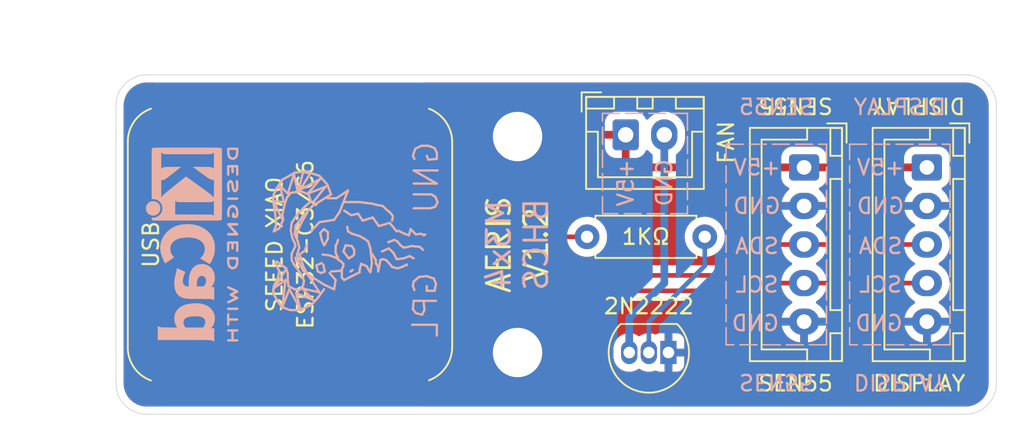
<source format=kicad_pcb>
(kicad_pcb (version 20241229) (generator "pcbnew") (generator_version "9.0")
  (layers (0 "F.Cu" signal) (2 "B.Cu" signal) (13 "F.Paste" user) (15 "B.Paste" user) (5 "F.SilkS" user "F.Silkscreen") (7 "B.SilkS" user "B.Silkscreen") (1 "F.Mask" user) (3 "B.Mask" user) (25 "Edge.Cuts" user))
  (net 0 "")
  (net 1 "+5V")
  (net 2 "GND")
  (net 3 "/SCL")
  (net 4 "/SDA")
  (net 5 "Net-(J2-Pin_2)")
  (net 6 "Net-(Q1-B)")
  (net 7 "/PWM")
  (footprint "Custom Footprints:JST_XH_B5B-XH-A_1x05_P2.50mm_Vertical" (layer "F.Cu") (at 173.5 95 -90)
    (property "Reference" "J3" (hide yes))
    (property "Value" "Conn_01x05_Socket")
    (pad "1" thru_hole roundrect (at 0 0 270) (size 1.7 1.95) (drill 0.95) (layers "*.Cu" "*.Mask") (roundrect_rratio 0.147059) (net 1 "+5V"))
    (pad "2" thru_hole oval (at 2.5 0 270) (size 1.7 1.95) (drill 0.95) (layers "*.Cu" "*.Mask") (net 2 "GND"))
    (pad "3" thru_hole oval (at 5 0 270) (size 1.7 1.95) (drill 0.95) (layers "*.Cu" "*.Mask") (net 4 "/SDA"))
    (pad "4" thru_hole oval (at 7.5 0 270) (size 1.7 1.95) (drill 0.95) (layers "*.Cu" "*.Mask") (net 3 "/SCL"))
    (pad "5" thru_hole oval (at 10 0 270) (size 1.7 1.95) (drill 0.95) (layers "*.Cu" "*.Mask") (net 2 "GND"))
  )
  (footprint "Custom Footprints:TO-92_Inline" (layer "F.Cu") (at 156.77 107 180)
    (property "Reference" "Q1" (hide yes))
    (property "Value" "2N3904")
    (pad "1" thru_hole rect (at 0 0 180) (size 1.05 1.5) (drill 0.75) (layers "*.Cu" "*.Mask") (net 2 "GND") (clearance 0))
    (pad "2" thru_hole oval (at 1.27 0 180) (size 1.05 1.5) (drill 0.75) (layers "*.Cu" "*.Mask") (net 6 "Net-(Q1-B)"))
    (pad "3" thru_hole oval (at 2.54 0 180) (size 1.05 1.5) (drill 0.75) (layers "*.Cu" "*.Mask") (net 5 "Net-(J2-Pin_2)"))
  )
  (footprint "MountingHole:MountingHole_3.2mm_M3_ISO7380_Pad_TopBottom" (layer "F.Cu") (at 147 93)
    (property "Reference" "REF**" (hide yes))
    (property "Value" "MountingHole_3.2mm_M3_ISO7380_Pad_TopBottom")
    (pad "1" thru_hole circle (at 0 0) (size 3.6 3.6) (drill 3.2) (layers "*.Cu" "*.Mask"))
    (pad "1" connect circle (at 0 0) (size 5.7 5.7) (layers "F.Cu" "F.Mask") (net 2 "GND"))
    (pad "1" connect circle (at 0 0) (size 5.7 5.7) (layers "B.Cu" "B.Mask") (net 2 "GND"))
  )
  (footprint "Custom Footprints:XIAO_ESP32" (layer "F.Cu") (at 132.268 100 90)
    (property "Reference" "U1" (hide yes))
    (property "Value" "ESP32C3")
    (fp_text user "SEEED XIAO" (at 0 -1 90) (layer "F.SilkS"))
    (fp_text user "USB" (at 0 -9 90) (layer "F.SilkS"))
    (fp_text user "ESP32-C3/C6" (at 0 1 90) (layer "F.SilkS"))
    (pad "1" smd roundrect (at -8.5 -7.62 90) (size 3 2) (layers "F.Cu" "F.Mask") (net 7 "/PWM"))
    (pad "2" smd roundrect (at -8.5 -5.08 90) (size 3 2) (layers "F.Cu" "F.Mask"))
    (pad "3" smd roundrect (at -8.5 -2.54 90) (size 3 2) (layers "F.Cu" "F.Mask"))
    (pad "4" smd roundrect (at -8.5 0 90) (size 3 2) (layers "F.Cu" "F.Mask"))
    (pad "5" smd roundrect (at -8.5 2.54 90) (size 3 2) (layers "F.Cu" "F.Mask") (net 4 "/SDA"))
    (pad "6" smd roundrect (at -8.5 5.08 90) (size 3 2) (layers "F.Cu" "F.Mask") (net 3 "/SCL"))
    (pad "7" smd roundrect (at -8.5 7.62 90) (size 3 2) (layers "F.Cu" "F.Mask"))
    (pad "8" smd roundrect (at 8.5 7.62 90) (size 3 2) (layers "F.Cu" "F.Mask"))
    (pad "9" smd roundrect (at 8.5 5.08 90) (size 3 2) (layers "F.Cu" "F.Mask"))
    (pad "10" smd roundrect (at 8.5 2.54 90) (size 3 2) (layers "F.Cu" "F.Mask"))
    (pad "11" smd roundrect (at 8.5 0 90) (size 3 2) (layers "F.Cu" "F.Mask"))
    (pad "12" smd roundrect (at 8.5 -2.54 90) (size 3 2) (layers "F.Cu" "F.Mask"))
    (pad "13" smd roundrect (at 8.5 -5.08 90) (size 3 2) (layers "F.Cu" "F.Mask") (net 2 "GND"))
    (pad "14" smd roundrect (at 8.5 -7.62 90) (size 3 2) (layers "F.Cu" "F.Mask") (net 1 "+5V"))
  )
  (footprint "Custom Footprints:JST_XH_B5B-XH-A_1x05_P2.50mm_Vertical" (layer "F.Cu") (at 165.55 95 -90)
    (property "Reference" "J1" (hide yes))
    (property "Value" "Conn_01x05_Socket")
    (pad "1" thru_hole roundrect (at 0 0 270) (size 1.7 1.95) (drill 0.95) (layers "*.Cu" "*.Mask") (roundrect_rratio 0.147059) (net 1 "+5V"))
    (pad "2" thru_hole oval (at 2.5 0 270) (size 1.7 1.95) (drill 0.95) (layers "*.Cu" "*.Mask") (net 2 "GND"))
    (pad "3" thru_hole oval (at 5 0 270) (size 1.7 1.95) (drill 0.95) (layers "*.Cu" "*.Mask") (net 4 "/SDA"))
    (pad "4" thru_hole oval (at 7.5 0 270) (size 1.7 1.95) (drill 0.95) (layers "*.Cu" "*.Mask") (net 3 "/SCL"))
    (pad "5" thru_hole oval (at 10 0 270) (size 1.7 1.95) (drill 0.95) (layers "*.Cu" "*.Mask") (net 2 "GND"))
  )
  (footprint "Custom Footprints:JST_XH_B2B-XH-A_1x02_P2.50mm_Vertical" (layer "F.Cu") (at 154 92.888)
    (property "Reference" "J2" (hide yes))
    (property "Value" "Conn_01x02_Socket")
    (pad "1" thru_hole roundrect (at 0 0) (size 1.7 2) (drill 1) (layers "*.Cu" "*.Mask") (roundrect_rratio 0.147059) (net 1 "+5V"))
    (pad "2" thru_hole oval (at 2.5 0) (size 1.7 2) (drill 1) (layers "*.Cu" "*.Mask") (net 5 "Net-(J2-Pin_2)"))
  )
  (footprint "MountingHole:MountingHole_3.2mm_M3_ISO7380_Pad_TopBottom" (layer "F.Cu") (at 147 107)
    (property "Reference" "REF**" (hide yes))
    (property "Value" "MountingHole_3.2mm_M3_ISO7380_Pad_TopBottom")
    (pad "1" thru_hole circle (at 0 0) (size 3.6 3.6) (drill 3.2) (layers "*.Cu" "*.Mask"))
    (pad "1" connect circle (at 0 0) (size 5.7 5.7) (layers "F.Cu" "F.Mask") (net 2 "GND"))
    (pad "1" connect circle (at 0 0) (size 5.7 5.7) (layers "B.Cu" "B.Mask") (net 2 "GND"))
  )
  (footprint "Custom Footprints:R_Axial_DIN0207_L6.3mm_D2.5mm_P7.62mm_Horizontal" (layer "F.Cu") (at 151.5 99.5)
    (property "Reference" "R1" (hide yes))
    (property "Value" "1k")
    (pad "1" thru_hole circle (at 0 0) (size 1.6 1.6) (drill 0.8) (layers "*.Cu" "*.Mask") (net 7 "/PWM"))
    (pad "2" thru_hole circle (at 7.62 0) (size 1.6 1.6) (drill 0.8) (layers "*.Cu" "*.Mask") (net 6 "Net-(Q1-B)"))
  )
  (footprint "Symbol:KiCad-Logo2_5mm_SilkScreen" (layer "B.Cu") (at 125.92393 100 -90)
    (property "Reference" "REF**" (hide yes))
    (property "Value" "KiCad-Logo2_5mm_SilkScreen" (hide yes))
  )
  (footprint "Symbol:Symbol_GNU-Logo_SilkscreenTop" (layer "B.Cu") (at 134.92393 100 -90)
    (property "Reference" "REF**" (hide yes))
    (property "Value" "Symbol_GNU-Logo_SilkscreenTop")
  )
  (gr_line (start 162.75 103) (end 163.25 102.5) (stroke (width 0.3)) (layer "F.Cu") (net 3))
  (gr_line (start 138 103) (end 162.75 103) (stroke (width 0.3)) (layer "F.Cu") (net 3))
  (gr_rect (start 152.5 91.5) (end 158 98) (stroke (width 0.1) (type dash)) (fill no) (layer "B.SilkS"))
  (gr_rect (start 168.5 93.5) (end 175 106.5) (stroke (width 0.1) (type dash)) (fill no) (layer "B.SilkS"))
  (gr_rect (start 160.5 93.5) (end 167 106.5) (stroke (width 0.1) (type dash)) (fill no) (layer "B.SilkS"))
  (gr_arc (start 178 109) (mid 177.414214 110.414214) (end 176 111) (stroke (width 0.05)) (layer "Edge.Cuts"))
  (gr_line (start 178 109) (end 178 91) (stroke (width 0.05)) (layer "Edge.Cuts"))
  (gr_line (start 176 89) (end 123 89) (stroke (width 0.05)) (layer "Edge.Cuts"))
  (gr_line (start 123 111) (end 176 111) (stroke (width 0.05)) (layer "Edge.Cuts"))
  (gr_arc (start 176 89) (mid 177.414214 89.585786) (end 178 91) (stroke (width 0.05)) (layer "Edge.Cuts"))
  (gr_arc (start 123 111) (mid 121.585786 110.414214) (end 121 109) (stroke (width 0.05)) (layer "Edge.Cuts"))
  (gr_line (start 121 91) (end 121 109) (stroke (width 0.05)) (layer "Edge.Cuts"))
  (gr_arc (start 121 91) (mid 121.585786 89.585786) (end 123 89) (stroke (width 0.05)) (layer "Edge.Cuts"))
  (gr_text "2N2222" (at 155.5 104 0) (layer "F.SilkS") (effects (font (size 1 1))))
  (gr_text "DISPLAY" (at 173 91 180) (layer "F.SilkS") (effects (font (size 1 1))))
  (gr_text "1KΩ\n" (at 155.31 99.5 0) (layer "F.SilkS") (effects (font (size 1 1))))
  (gr_text "SEN55" (at 165 91 180) (layer "F.SilkS") (effects (font (size 1 1))))
  (gr_text "FAN" (at 160.5 93.37385 90) (layer "F.SilkS") (effects (font (size 1 1))))
  (gr_text "AERIS\nV1.2" (at 147 100 90) (layer "F.SilkS") (effects (font (size 1.5 1.5) (thickness 0.1875))))
  (gr_text "SEN55" (at 165 109 0) (layer "F.SilkS") (effects (font (size 1 1))))
  (gr_text "DISPLAY" (at 173 109 0) (layer "F.SilkS") (effects (font (size 1 1))))
  (gr_text "DISPLAY" (at 171.75 108.913923 -180) (layer "B.SilkS") (effects (font (size 1 1)) (justify mirror)))
  (gr_text "+5V" (at 170.5 95 0) (layer "B.SilkS") (effects (font (size 1 1)) (justify mirror)))
  (gr_text "GND" (at 170.4 105.1 0) (layer "B.SilkS") (effects (font (size 1 1)) (justify mirror)))
  (gr_text "SCL" (at 170.5 102.6 0) (layer "B.SilkS") (effects (font (size 1 1)) (justify mirror)))
  (gr_text "SEN55" (at 163.75 108.909187 -180) (layer "B.SilkS") (effects (font (size 1 1)) (justify mirror)))
  (gr_text "+5V" (at 154 96 90) (layer "B.SilkS") (effects (font (size 1 1)) (justify mirror)))
  (gr_text "SDA" (at 170.5 100.1 0) (layer "B.SilkS") (effects (font (size 1 1)) (justify mirror)))
  (gr_text "M3x4\nBHCS" (at 147 100 90) (layer "B.SilkS") (effects (font (size 1.5 1.5) (thickness 0.1875)) (justify mirror)))
  (gr_text "GND" (at 156.5 96 90) (layer "B.SilkS") (effects (font (size 1 1)) (justify mirror)))
  (gr_text "GND" (at 162.4 105.1 0) (layer "B.SilkS") (effects (font (size 1 1)) (justify mirror)))
  (gr_text "SCL" (at 162.5 102.6 0) (layer "B.SilkS") (effects (font (size 1 1)) (justify mirror)))
  (gr_text "SDA" (at 162.5 100.1 0) (layer "B.SilkS") (effects (font (size 1 1)) (justify mirror)))
  (gr_text "+5V" (at 162.5 95 0) (layer "B.SilkS") (effects (font (size 1 1)) (justify mirror)))
  (gr_text "SEN55" (at 163.75 91.087494 0) (layer "B.SilkS") (effects (font (size 1 1)) (justify mirror)))
  (gr_text "GND\n" (at 170.5 97.5 0) (layer "B.SilkS") (effects (font (size 1 1)) (justify mirror)))
  (gr_text "GND\n" (at 162.5 97.5 0) (layer "B.SilkS") (effects (font (size 1 1)) (justify mirror)))
  (gr_text "DISPLAY" (at 171.75 91.088491 0) (layer "B.SilkS") (effects (font (size 1 1)) (justify mirror)))
  (segment (start 154.5 95) (end 154 94.5) (width 0.5) (layer "F.Cu") (net 1))
  (segment (start 165.55 95) (end 154.5 95) (width 0.5) (layer "F.Cu") (net 1))
  (segment (start 154 94.5) (end 154 92.888) (width 0.5) (layer "F.Cu") (net 1))
  (segment (start 124.648 91.5) (end 124.648 95.148) (width 0.5) (layer "F.Cu") (net 1))
  (segment (start 165.55 95) (end 173.5 95) (width 0.5) (layer "F.Cu") (net 1))
  (segment (start 150 97) (end 151 96) (width 0.5) (layer "F.Cu") (net 1))
  (segment (start 151 94) (end 152.112 92.888) (width 0.5) (layer "F.Cu") (net 1))
  (segment (start 124.648 95.148) (end 126.5 97) (width 0.5) (layer "F.Cu") (net 1))
  (segment (start 151 96) (end 151 94) (width 0.5) (layer "F.Cu") (net 1))
  (segment (start 126.5 97) (end 150 97) (width 0.5) (layer "F.Cu") (net 1))
  (segment (start 152.112 92.888) (end 154 92.888) (width 0.5) (layer "F.Cu") (net 1))
  (segment (start 127.188 91.5) (end 127.188 93.812) (width 0.5) (layer "F.Cu") (net 2))
  (segment (start 165.55 102.5) (end 163.25 102.5) (width 0.3) (layer "F.Cu") (net 3))
  (segment (start 138 103) (end 137.348 103.652) (width 0.3) (layer "F.Cu") (net 3))
  (segment (start 165.55 102.5) (end 173.5 102.5) (width 0.3) (layer "F.Cu") (net 3))
  (segment (start 166.05 102.5) (end 165.55 103) (width 0.3) (layer "F.Cu") (net 3))
  (segment (start 137.348 103.652) (end 137.348 108.5) (width 0.3) (layer "F.Cu") (net 3))
  (segment (start 134.808 104.192) (end 134.808 108.5) (width 0.3) (layer "F.Cu") (net 4))
  (segment (start 165.55 100) (end 173.5 100) (width 0.3) (layer "F.Cu") (net 4))
  (segment (start 164 100) (end 165.55 100) (width 0.3) (layer "F.Cu") (net 4))
  (segment (start 137 102) (end 134.808 104.192) (width 0.3) (layer "F.Cu") (net 4))
  (segment (start 162 102) (end 137 102) (width 0.3) (layer "F.Cu") (net 4))
  (segment (start 164 100) (end 162 102) (width 0.3) (layer "F.Cu") (net 4))
  (segment (start 156.5 92.888) (end 156.5 102.5) (width 0.5) (layer "B.Cu") (net 5))
  (segment (start 154.23 104.77) (end 154.23 106.5) (width 0.5) (layer "B.Cu") (net 5))
  (segment (start 156.5 102.5) (end 154.23 104.77) (width 0.5) (layer "B.Cu") (net 5))
  (segment (start 159.12 99.5) (end 159.12 101.38) (width 0.3) (layer "B.Cu") (net 6))
  (segment (start 159.12 101.38) (end 155.5 105) (width 0.3) (layer "B.Cu") (net 6))
  (segment (start 155.5 105) (end 155.5 106.5) (width 0.3) (layer "B.Cu") (net 6))
  (segment (start 124.648 102.352) (end 126 101) (width 0.3) (layer "F.Cu") (net 7))
  (segment (start 124.648 108.5) (end 124.648 102.352) (width 0.3) (layer "F.Cu") (net 7))
  (segment (start 149.5 99.5) (end 151.5 99.5) (width 0.3) (layer "F.Cu") (net 7))
  (segment (start 148 101) (end 149.5 99.5) (width 0.3) (layer "F.Cu") (net 7))
  (segment (start 126 101) (end 148 101) (width 0.3) (layer "F.Cu") (net 7))
  (zone (net 2) (net_name "GND") (layers "F.Cu" "B.Cu") (name "GND Plane") (connect_pads (clearance 0.5)) (min_thickness 0.2) (fill yes (thermal_gap 0.5) (thermal_bridge_width 0.5))
    (polygon (pts (xy 120 88) (xy 179.5 88) (xy 179.5 112) (xy 120 112)))
  )
)
</source>
